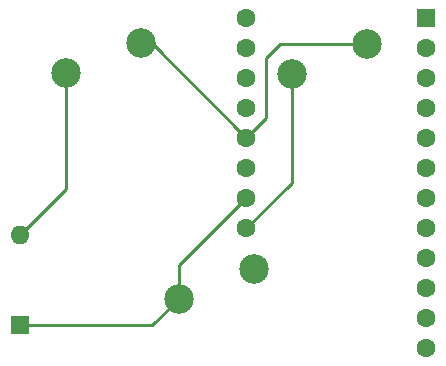
<source format=gtl>
%TF.GenerationSoftware,KiCad,Pcbnew,(6.0.8)*%
%TF.CreationDate,2024-06-01T23:25:37+02:00*%
%TF.ProjectId,micropad,6d696372-6f70-4616-942e-6b696361645f,rev?*%
%TF.SameCoordinates,Original*%
%TF.FileFunction,Copper,L1,Top*%
%TF.FilePolarity,Positive*%
%FSLAX46Y46*%
G04 Gerber Fmt 4.6, Leading zero omitted, Abs format (unit mm)*
G04 Created by KiCad (PCBNEW (6.0.8)) date 2024-06-01 23:25:37*
%MOMM*%
%LPD*%
G01*
G04 APERTURE LIST*
%TA.AperFunction,ComponentPad*%
%ADD10R,1.600000X1.600000*%
%TD*%
%TA.AperFunction,ComponentPad*%
%ADD11C,1.600000*%
%TD*%
%TA.AperFunction,ComponentPad*%
%ADD12C,2.500000*%
%TD*%
%TA.AperFunction,ComponentPad*%
%ADD13O,1.600000X1.600000*%
%TD*%
%TA.AperFunction,Conductor*%
%ADD14C,0.250000*%
%TD*%
G04 APERTURE END LIST*
D10*
X75670000Y-49850000D03*
D11*
X75670000Y-52390000D03*
X75670000Y-54930000D03*
X75670000Y-57470000D03*
X75670000Y-60010000D03*
X75670000Y-62550000D03*
X75670000Y-65090000D03*
X75670000Y-67630000D03*
X75670000Y-70170000D03*
X75670000Y-72710000D03*
X75670000Y-75250000D03*
X75670000Y-77790000D03*
X60430000Y-67630000D03*
X60430000Y-65090000D03*
X60430000Y-62550000D03*
X60430000Y-60010000D03*
X60430000Y-57470000D03*
X60430000Y-54930000D03*
X60430000Y-52390000D03*
X60430000Y-49850000D03*
D12*
X61090000Y-71080000D03*
X54740000Y-73620000D03*
D13*
X41270000Y-68260000D03*
D10*
X41270000Y-75880000D03*
D12*
X64250000Y-54600000D03*
X70600000Y-52060000D03*
X51530000Y-52020000D03*
X45180000Y-54560000D03*
D14*
X64250000Y-54600000D02*
X64250000Y-63810000D01*
X64250000Y-63810000D02*
X60430000Y-67630000D01*
X60430000Y-60010000D02*
X52440000Y-52020000D01*
X62080000Y-53270000D02*
X62080000Y-58360000D01*
X62080000Y-58360000D02*
X60430000Y-60010000D01*
X63290000Y-52060000D02*
X62080000Y-53270000D01*
X70600000Y-52060000D02*
X63290000Y-52060000D01*
X54740000Y-70780000D02*
X54740000Y-73620000D01*
X60430000Y-65090000D02*
X54740000Y-70780000D01*
X52480000Y-75880000D02*
X54740000Y-73620000D01*
X41270000Y-75880000D02*
X52480000Y-75880000D01*
X45180000Y-54560000D02*
X45180000Y-64350000D01*
X45180000Y-64350000D02*
X41270000Y-68260000D01*
X61090000Y-71080000D02*
X61900000Y-70270000D01*
X52440000Y-52020000D02*
X51530000Y-52020000D01*
M02*

</source>
